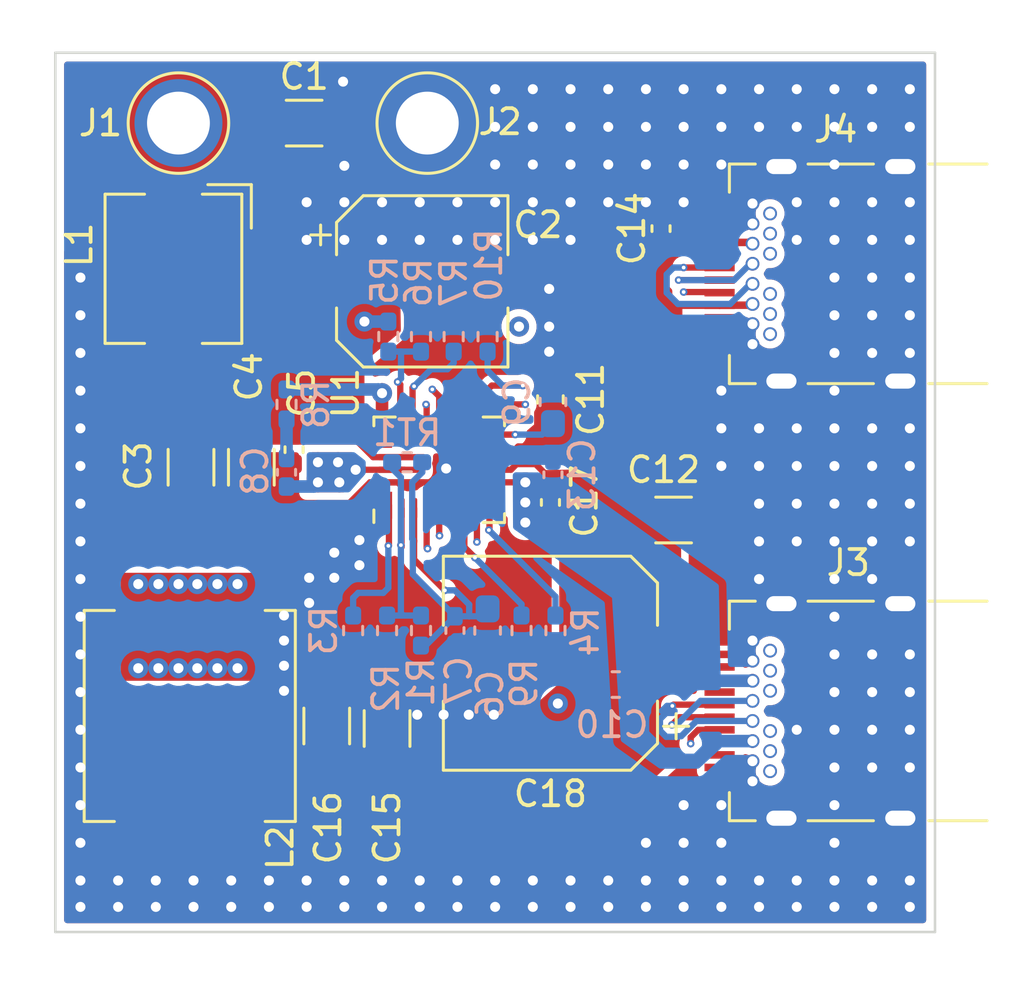
<source format=kicad_pcb>
(kicad_pcb (version 20171130) (host pcbnew "(5.1.9)-1")
  (layers (0 F.Cu signal) (1 In1.Cu power) (2 In2.Cu signal) (31 B.Cu signal) (34 B.Paste user) (35 F.Paste user) (36 B.SilkS user) (37 F.SilkS user) (38 B.Mask user) (39 F.Mask user) (44 Edge.Cuts user))
  (net 0 "")
  (net 1 GND)
  (net 2 "Net-(C1-Pad1)")
  (net 3 VCC)
  (net 4 +5V)
  (net 5 "Net-(C8-Pad2)")
  (net 6 "Net-(C8-Pad1)")
  (net 7 "Net-(C9-Pad2)")
  (net 8 /PA_BUS)
  (net 9 /PB_BUS)
  (net 10 "Net-(J3-PadB11)")
  (net 11 "Net-(J3-PadB10)")
  (net 12 "Net-(J3-PadB8)")
  (net 13 /PA_CC2)
  (net 14 "Net-(J3-PadB3)")
  (net 15 "Net-(J3-PadB2)")
  (net 16 /PA_DM)
  (net 17 /PA_DP)
  (net 18 "Net-(J3-PadA11)")
  (net 19 "Net-(J3-PadA8)")
  (net 20 "Net-(J3-PadA10)")
  (net 21 /PA_CC1)
  (net 22 "Net-(J3-PadA3)")
  (net 23 "Net-(J3-PadA2)")
  (net 24 "Net-(J4-PadB11)")
  (net 25 "Net-(J4-PadB10)")
  (net 26 "Net-(J4-PadB8)")
  (net 27 /PB_CC2)
  (net 28 "Net-(J4-PadB3)")
  (net 29 "Net-(J4-PadB2)")
  (net 30 /PB_DM)
  (net 31 /PB_DP)
  (net 32 "Net-(J4-PadA11)")
  (net 33 "Net-(J4-PadA8)")
  (net 34 "Net-(J4-PadA10)")
  (net 35 /PB_CC1)
  (net 36 "Net-(J4-PadA3)")
  (net 37 "Net-(J4-PadA2)")
  (net 38 "Net-(R1-Pad2)")
  (net 39 "Net-(R3-Pad1)")
  (net 40 "Net-(R4-Pad1)")
  (net 41 "Net-(R5-Pad2)")
  (net 42 "Net-(R7-Pad1)")
  (net 43 "Net-(R8-Pad2)")
  (module Tutorial2:RPQ0025A (layer F.Cu) (at 115.275 81.6 90)
    (fp_text reference U1 (at 3.05 -3.725 90) (layer F.SilkS))
    (fp_text value TPS25858QRPQRQ1)
    (pad 21 smd custom (at 1.3 -2 90) (size 0.2 0.75) (layers F.Cu F.Paste F.Mask) (net 43 "Net-(R8-Pad2)") (options (clearance outline) (anchor circle)) (primitives (gr_poly (pts (xy -0.425 0.125) (xy 0.65 0.125) (xy 0.65 -0.125) (xy 0.25 -0.125) (xy 0.25 -0.45) (xy -0.425 -0.45)) (width 0.001))))
    (pad 13 smd custom (at 1.3 2 90) (size 0.2 0.75) (layers F.Cu F.Paste F.Mask) (net 7 "Net-(C9-Pad2)") (options (clearance outline) (anchor circle)) (primitives (gr_poly (pts (xy -0.425 -0.125) (xy 0.65 -0.125) (xy 0.65 0.125) (xy 0.25 0.125) (xy 0.25 0.45) (xy -0.425 0.45)) (width 0.001))))
    (pad 9 smd custom (at -1.3 2 90) (size 0.2 0.75) (layers F.Cu F.Paste F.Mask) (net 40 "Net-(R4-Pad1)") (options (clearance outline) (anchor circle)) (primitives (gr_poly (pts (xy 0.425 -0.125) (xy -0.65 -0.125) (xy -0.65 0.125) (xy -0.25 0.125) (xy -0.25 0.45) (xy 0.425 0.45)) (width 0.001))))
    (pad 1 smd custom (at -1.4 -2 90) (size 0.1 0.5) (layers F.Cu F.Paste F.Mask) (net 39 "Net-(R3-Pad1)") (options (clearance outline) (anchor circle)) (primitives (gr_poly (pts (xy 0.525 0.125) (xy -0.55 0.125) (xy -0.55 -0.125) (xy -0.15 -0.125) (xy -0.15 -0.45) (xy 0.525 -0.45)) (width 0.001))))
    (pad 25 smd roundrect (at 0 0.325 90) (size 1.325 0.65) (layers F.Cu F.Paste F.Mask) (net 1 GND))
    (pad 24 smd roundrect (at -0.5 -1.5 90) (size 0.25 1.9) (layers F.Cu F.Mask) (net 1 GND))
    (pad 23 smd roundrect (at 0 -1.5 90) (size 0.25 1.9) (layers F.Cu F.Mask) (net 6 "Net-(C8-Pad1)"))
    (pad 22 smd roundrect (at 0.5 -1.5 90) (size 0.25 1.9) (layers F.Cu F.Mask) (net 3 VCC))
    (pad 20 smd roundrect (at 1.5375 -1.5 180) (size 0.25 0.825) (layers F.Cu F.Paste F.Mask) (net 41 "Net-(R5-Pad2)"))
    (pad 19 smd roundrect (at 1.5375 -1 180) (size 0.25 0.825) (layers F.Cu F.Paste F.Mask) (net 42 "Net-(R7-Pad1)"))
    (pad 18 smd roundrect (at 1.45 -0.5 180) (size 0.25 1) (layers F.Cu F.Paste F.Mask) (net 31 /PB_DP))
    (pad 17 smd roundrect (at 1.45 0 180) (size 0.25 1) (layers F.Cu F.Paste F.Mask) (net 30 /PB_DM))
    (pad 16 smd roundrect (at 1.45 0.5 180) (size 0.25 1) (layers F.Cu F.Paste F.Mask) (net 1 GND))
    (pad 15 smd roundrect (at 1.5375 1 180) (size 0.25 0.825) (layers F.Cu F.Paste F.Mask) (net 35 /PB_CC1))
    (pad 14 smd roundrect (at 1.5375 1.5 180) (size 0.25 0.825) (layers F.Cu F.Paste F.Mask) (net 27 /PB_CC2))
    (pad 12 smd roundrect (at 0.5 1.675 90) (size 0.25 1.55) (layers F.Cu F.Mask) (net 9 /PB_BUS))
    (pad 11 smd roundrect (at 0 1.675 90) (size 0.25 1.55) (layers F.Cu F.Mask) (net 4 +5V))
    (pad 10 smd roundrect (at -0.5 1.675 90) (size 0.25 1.55) (layers F.Cu F.Mask) (net 8 /PA_BUS))
    (pad 8 smd roundrect (at -1.5375 1.5 180) (size 0.25 0.825) (layers F.Cu F.Paste F.Mask) (net 13 /PA_CC2))
    (pad 7 smd roundrect (at -1.5375 1 180) (size 0.25 0.825) (layers F.Cu F.Paste F.Mask) (net 21 /PA_CC1))
    (pad 6 smd roundrect (at -1.45 0.5 180) (size 0.25 1) (layers F.Cu F.Paste F.Mask) (net 1 GND))
    (pad 5 smd roundrect (at -1.45 0 180) (size 0.25 1) (layers F.Cu F.Paste F.Mask) (net 16 /PA_DM))
    (pad 4 smd roundrect (at -1.45 -0.5 180) (size 0.25 1) (layers F.Cu F.Paste F.Mask) (net 17 /PA_DP))
    (pad 3 smd roundrect (at -1.5375 -1 180) (size 0.25 0.825) (layers F.Cu F.Paste F.Mask) (net 4 +5V))
    (pad 2 smd roundrect (at -1.5375 -1.5 180) (size 0.25 0.825) (layers F.Cu F.Paste F.Mask) (net 38 "Net-(R1-Pad2)"))
  )
  (module Tutorial2:R_0402_1005Metric_Pad0.72x0.64mm_HandSolder (layer B.Cu) (at 114 81.3 180)
    (fp_text reference RT1 (at 0 1.17) (layer B.SilkS) (effects (justify mirror)))
    (fp_text value 470K)
    (pad 2 smd roundrect (at 0.5975 0 180) (size 0.715 0.64) (layers B.Cu B.Paste B.Mask) (net 38 "Net-(R1-Pad2)"))
    (pad 1 smd roundrect (at -0.5975 0 180) (size 0.715 0.64) (layers B.Cu B.Paste B.Mask) (net 4 +5V))
  )
  (module Tutorial2:R_0402_1005Metric_Pad0.72x0.64mm_HandSolder (layer B.Cu) (at 117.2 76.3 270)
    (fp_text reference R10 (at -2.85 -0.05 90) (layer B.SilkS) (effects (justify mirror)))
    (fp_text value 5K1)
    (pad 2 smd roundrect (at 0.5975 0 270) (size 0.715 0.64) (layers B.Cu B.Paste B.Mask) (net 35 /PB_CC1))
    (pad 1 smd roundrect (at -0.5975 0 270) (size 0.715 0.64) (layers B.Cu B.Paste B.Mask) (net 1 GND))
  )
  (module Tutorial2:R_0402_1005Metric_Pad0.72x0.64mm_HandSolder (layer B.Cu) (at 118.55 88 90)
    (fp_text reference R9 (at -2.1 0.1 90) (layer B.SilkS) (effects (justify mirror)))
    (fp_text value 5K1)
    (pad 2 smd roundrect (at 0.5975 0 90) (size 0.715 0.64) (layers B.Cu B.Paste B.Mask) (net 21 /PA_CC1))
    (pad 1 smd roundrect (at -0.5975 0 90) (size 0.715 0.64) (layers B.Cu B.Paste B.Mask) (net 1 GND))
  )
  (module Tutorial2:R_0402_1005Metric_Pad0.72x0.64mm_HandSolder (layer B.Cu) (at 109.2 79 90)
    (fp_text reference R8 (at 0 1.17 90) (layer B.SilkS) (effects (justify mirror)))
    (fp_text value 0)
    (pad 2 smd roundrect (at 0.5975 0 90) (size 0.715 0.64) (layers B.Cu B.Paste B.Mask) (net 43 "Net-(R8-Pad2)"))
    (pad 1 smd roundrect (at -0.5975 0 90) (size 0.715 0.64) (layers B.Cu B.Paste B.Mask) (net 5 "Net-(C8-Pad2)"))
  )
  (module Tutorial2:R_0402_1005Metric_Pad0.72x0.64mm_HandSolder (layer B.Cu) (at 115.85 76.3 90)
    (fp_text reference R7 (at 2.15 0 90) (layer B.SilkS) (effects (justify mirror)))
    (fp_text value 49K9/1%)
    (pad 2 smd roundrect (at 0.5975 0 90) (size 0.715 0.64) (layers B.Cu B.Paste B.Mask) (net 1 GND))
    (pad 1 smd roundrect (at -0.5975 0 90) (size 0.715 0.64) (layers B.Cu B.Paste B.Mask) (net 42 "Net-(R7-Pad1)"))
  )
  (module Tutorial2:R_0402_1005Metric_Pad0.72x0.64mm_HandSolder (layer B.Cu) (at 114.55 76.3 90)
    (fp_text reference R6 (at 2.15 -0.1 90) (layer B.SilkS) (effects (justify mirror)))
    (fp_text value 20K)
    (pad 2 smd roundrect (at 0.5975 0 90) (size 0.715 0.64) (layers B.Cu B.Paste B.Mask) (net 1 GND))
    (pad 1 smd roundrect (at -0.5975 0 90) (size 0.715 0.64) (layers B.Cu B.Paste B.Mask) (net 41 "Net-(R5-Pad2)"))
  )
  (module Tutorial2:R_0402_1005Metric_Pad0.72x0.64mm_HandSolder (layer B.Cu) (at 113.25 76.2975 270)
    (fp_text reference R5 (at -2.2475 0.15 90) (layer B.SilkS) (effects (justify mirror)))
    (fp_text value 20K)
    (pad 2 smd roundrect (at 0.5975 0 270) (size 0.715 0.64) (layers B.Cu B.Paste B.Mask) (net 41 "Net-(R5-Pad2)"))
    (pad 1 smd roundrect (at -0.5975 0 270) (size 0.715 0.64) (layers B.Cu B.Paste B.Mask) (net 3 VCC))
  )
  (module Tutorial2:R_0402_1005Metric_Pad0.72x0.64mm_HandSolder (layer B.Cu) (at 119.9 88 270)
    (fp_text reference R4 (at 0.05 -1.2 90) (layer B.SilkS) (effects (justify mirror)))
    (fp_text value 0)
    (pad 2 smd roundrect (at 0.5975 0 270) (size 0.715 0.64) (layers B.Cu B.Paste B.Mask) (net 1 GND))
    (pad 1 smd roundrect (at -0.5975 0 270) (size 0.715 0.64) (layers B.Cu B.Paste B.Mask) (net 40 "Net-(R4-Pad1)"))
  )
  (module Tutorial2:R_0402_1005Metric_Pad0.72x0.64mm_HandSolder (layer B.Cu) (at 111.85 88 270)
    (fp_text reference R3 (at 0 1.17 90) (layer B.SilkS) (effects (justify mirror)))
    (fp_text value 0)
    (pad 2 smd roundrect (at 0.5975 0 270) (size 0.715 0.64) (layers B.Cu B.Paste B.Mask) (net 1 GND))
    (pad 1 smd roundrect (at -0.5975 0 270) (size 0.715 0.64) (layers B.Cu B.Paste B.Mask) (net 39 "Net-(R3-Pad1)"))
  )
  (module Tutorial2:R_0402_1005Metric_Pad0.72x0.64mm_HandSolder (layer B.Cu) (at 113.2 88 270)
    (fp_text reference R2 (at 2.3 0.05 90) (layer B.SilkS) (effects (justify mirror)))
    (fp_text value 18K7/1%)
    (pad 2 smd roundrect (at 0.5975 0 270) (size 0.715 0.64) (layers B.Cu B.Paste B.Mask) (net 1 GND))
    (pad 1 smd roundrect (at -0.5975 0 270) (size 0.715 0.64) (layers B.Cu B.Paste B.Mask) (net 38 "Net-(R1-Pad2)"))
  )
  (module Tutorial2:R_0402_1005Metric_Pad0.72x0.64mm_HandSolder (layer B.Cu) (at 114.55 88 90)
    (fp_text reference R1 (at -2.05 0 90) (layer B.SilkS) (effects (justify mirror)))
    (fp_text value 39K2/1%)
    (pad 2 smd roundrect (at 0.5975 0 90) (size 0.715 0.64) (layers B.Cu B.Paste B.Mask) (net 38 "Net-(R1-Pad2)"))
    (pad 1 smd roundrect (at -0.5975 0 90) (size 0.715 0.64) (layers B.Cu B.Paste B.Mask) (net 4 +5V))
  )
  (module Tutorial2:L_Panasonic_M0840 (layer F.Cu) (at 105.35 91.4 270)
    (fp_text reference L2 (at 5.25 -3.6 90) (layer F.SilkS))
    (fp_text value L-Panasonic-ETQP4M4R7KVK)
    (pad 2 smd roundrect (at 3.6195 0 270) (size 2.413 5.334) (layers F.Cu F.Paste F.Mask) (net 4 +5V))
    (pad 1 smd roundrect (at -3.6195 0 270) (size 2.413 5.334) (layers F.Cu F.Paste F.Mask) (net 6 "Net-(C8-Pad1)"))
  )
  (module Tutorial2:L_Wurth_5030 (layer F.Cu) (at 104.7 73.6 270)
    (fp_text reference L1 (at -0.95 3.75 90) (layer F.SilkS))
    (fp_text value L-Wurth-5030)
    (pad 2 smd roundrect (at 2.25 0 270) (size 2 1.8) (layers F.Cu F.Paste F.Mask) (net 3 VCC))
    (pad 1 smd roundrect (at -2.25 0 270) (size 2 1.8) (layers F.Cu F.Paste F.Mask) (net 2 "Net-(C1-Pad1)"))
  )
  (module Tutorial2:USB_C_Plug_632723300011 (layer F.Cu) (at 133.2 73.8 90)
    (fp_text reference J4 (at 5.75 -2.15 180) (layer F.SilkS))
    (fp_text value USB_C_Plug_632723300011)
    (pad M2 thru_hole circle (at -2 -5.46 90) (size 0.55 0.55) (drill 0.4) (layers *.Cu *.Mask) (net 1 GND))
    (pad M1 thru_hole circle (at 2 -5.46 90) (size 0.55 0.55) (drill 0.4) (layers *.Cu *.Mask) (net 1 GND))
    (pad B11 thru_hole circle (at -2.4 -4.76 90) (size 0.55 0.55) (drill 0.4) (layers *.Cu *.Mask) (net 24 "Net-(J4-PadB11)"))
    (pad B10 thru_hole circle (at -1.6 -4.76 90) (size 0.55 0.55) (drill 0.4) (layers *.Cu *.Mask) (net 25 "Net-(J4-PadB10)"))
    (pad B8 thru_hole circle (at -0.8 -4.76 90) (size 0.55 0.55) (drill 0.4) (layers *.Cu *.Mask) (net 26 "Net-(J4-PadB8)"))
    (pad B5 thru_hole circle (at 0.8 -4.76 90) (size 0.55 0.55) (drill 0.4) (layers *.Cu *.Mask) (net 27 /PB_CC2))
    (pad B3 thru_hole circle (at 1.6 -4.76 90) (size 0.55 0.55) (drill 0.4) (layers *.Cu *.Mask) (net 28 "Net-(J4-PadB3)"))
    (pad B2 thru_hole circle (at 2.4 -4.76 90) (size 0.55 0.55) (drill 0.4) (layers *.Cu *.Mask) (net 29 "Net-(J4-PadB2)"))
    (pad B12 thru_hole circle (at -2.8 -5.46 90) (size 0.55 0.55) (drill 0.4) (layers *.Cu *.Mask) (net 1 GND))
    (pad B9 thru_hole circle (at -1.2 -5.46 90) (size 0.55 0.55) (drill 0.4) (layers *.Cu *.Mask) (net 9 /PB_BUS))
    (pad B7 thru_hole circle (at -0.4 -5.46 90) (size 0.55 0.55) (drill 0.4) (layers *.Cu *.Mask) (net 30 /PB_DM))
    (pad B6 thru_hole circle (at 0.4 -5.46 90) (size 0.55 0.55) (drill 0.4) (layers *.Cu *.Mask) (net 31 /PB_DP))
    (pad B4 thru_hole circle (at 1.2 -5.46 90) (size 0.55 0.55) (drill 0.4) (layers *.Cu *.Mask) (net 9 /PB_BUS))
    (pad B1 thru_hole circle (at 2.8 -5.46 90) (size 0.55 0.55) (drill 0.4) (layers *.Cu *.Mask) (net 1 GND))
    (pad S2 thru_hole oval (at -4.27 0.42 90) (size 1 1.6) (drill oval 0.6 1.2) (layers *.Cu *.Mask) (net 1 GND))
    (pad S3 thru_hole oval (at 4.27 0.42 90) (size 1 1.6) (drill oval 0.6 1.2) (layers *.Cu *.Mask) (net 1 GND))
    (pad S4 thru_hole oval (at 4.27 -4.31 90) (size 1 1.6) (drill oval 0.6 1.2) (layers *.Cu *.Mask) (net 1 GND))
    (pad A11 smd rect (at 2.25 -6.77 90) (size 0.3 1.2) (layers F.Cu F.Paste F.Mask) (net 32 "Net-(J4-PadA11)"))
    (pad A8 smd rect (at 0.75 -6.77 90) (size 0.3 1.2) (layers F.Cu F.Paste F.Mask) (net 33 "Net-(J4-PadA8)"))
    (pad A9 smd rect (at 1.25 -6.77 90) (size 0.3 1.2) (layers F.Cu F.Paste F.Mask) (net 9 /PB_BUS))
    (pad A10 smd rect (at 1.75 -6.77 90) (size 0.3 1.2) (layers F.Cu F.Paste F.Mask) (net 34 "Net-(J4-PadA10)"))
    (pad A12 smd rect (at 2.75 -6.77 90) (size 0.3 1.2) (layers F.Cu F.Paste F.Mask) (net 1 GND))
    (pad A7 smd rect (at 0.25 -6.77 90) (size 0.3 1.2) (layers F.Cu F.Paste F.Mask) (net 30 /PB_DM))
    (pad A6 smd rect (at -0.25 -6.77 90) (size 0.3 1.2) (layers F.Cu F.Paste F.Mask) (net 31 /PB_DP))
    (pad A5 smd rect (at -0.75 -6.77 90) (size 0.3 1.2) (layers F.Cu F.Paste F.Mask) (net 35 /PB_CC1))
    (pad A4 smd rect (at -1.25 -6.77 90) (size 0.3 1.2) (layers F.Cu F.Paste F.Mask) (net 9 /PB_BUS))
    (pad A3 smd rect (at -1.75 -6.77 90) (size 0.3 1.2) (layers F.Cu F.Paste F.Mask) (net 36 "Net-(J4-PadA3)"))
    (pad A2 smd rect (at -2.25 -6.77 90) (size 0.3 1.2) (layers F.Cu F.Paste F.Mask) (net 37 "Net-(J4-PadA2)"))
    (pad A1 smd rect (at -2.75 -6.77 90) (size 0.3 1.2) (layers F.Cu F.Paste F.Mask) (net 1 GND))
    (pad S1 thru_hole oval (at -4.27 -4.31 90) (size 1 1.6) (drill oval 0.6 1.2) (layers *.Cu *.Mask) (net 1 GND))
  )
  (module Tutorial2:USB_C_Plug_632723300011 (layer F.Cu) (at 133.2 91.2 90)
    (fp_text reference J3 (at 5.9 -1.65 180) (layer F.SilkS))
    (fp_text value USB_C_Plug_632723300011)
    (pad M2 thru_hole circle (at -2 -5.46 90) (size 0.55 0.55) (drill 0.4) (layers *.Cu *.Mask) (net 1 GND))
    (pad M1 thru_hole circle (at 2 -5.46 90) (size 0.55 0.55) (drill 0.4) (layers *.Cu *.Mask) (net 1 GND))
    (pad B11 thru_hole circle (at -2.4 -4.76 90) (size 0.55 0.55) (drill 0.4) (layers *.Cu *.Mask) (net 10 "Net-(J3-PadB11)"))
    (pad B10 thru_hole circle (at -1.6 -4.76 90) (size 0.55 0.55) (drill 0.4) (layers *.Cu *.Mask) (net 11 "Net-(J3-PadB10)"))
    (pad B8 thru_hole circle (at -0.8 -4.76 90) (size 0.55 0.55) (drill 0.4) (layers *.Cu *.Mask) (net 12 "Net-(J3-PadB8)"))
    (pad B5 thru_hole circle (at 0.8 -4.76 90) (size 0.55 0.55) (drill 0.4) (layers *.Cu *.Mask) (net 13 /PA_CC2))
    (pad B3 thru_hole circle (at 1.6 -4.76 90) (size 0.55 0.55) (drill 0.4) (layers *.Cu *.Mask) (net 14 "Net-(J3-PadB3)"))
    (pad B2 thru_hole circle (at 2.4 -4.76 90) (size 0.55 0.55) (drill 0.4) (layers *.Cu *.Mask) (net 15 "Net-(J3-PadB2)"))
    (pad B12 thru_hole circle (at -2.8 -5.46 90) (size 0.55 0.55) (drill 0.4) (layers *.Cu *.Mask) (net 1 GND))
    (pad B9 thru_hole circle (at -1.2 -5.46 90) (size 0.55 0.55) (drill 0.4) (layers *.Cu *.Mask) (net 8 /PA_BUS))
    (pad B7 thru_hole circle (at -0.4 -5.46 90) (size 0.55 0.55) (drill 0.4) (layers *.Cu *.Mask) (net 16 /PA_DM))
    (pad B6 thru_hole circle (at 0.4 -5.46 90) (size 0.55 0.55) (drill 0.4) (layers *.Cu *.Mask) (net 17 /PA_DP))
    (pad B4 thru_hole circle (at 1.2 -5.46 90) (size 0.55 0.55) (drill 0.4) (layers *.Cu *.Mask) (net 8 /PA_BUS))
    (pad B1 thru_hole circle (at 2.8 -5.46 90) (size 0.55 0.55) (drill 0.4) (layers *.Cu *.Mask) (net 1 GND))
    (pad S2 thru_hole oval (at -4.27 0.42 90) (size 1 1.6) (drill oval 0.6 1.2) (layers *.Cu *.Mask) (net 1 GND))
    (pad S3 thru_hole oval (at 4.27 0.42 90) (size 1 1.6) (drill oval 0.6 1.2) (layers *.Cu *.Mask) (net 1 GND))
    (pad S4 thru_hole oval (at 4.27 -4.31 90) (size 1 1.6) (drill oval 0.6 1.2) (layers *.Cu *.Mask) (net 1 GND))
    (pad A11 smd rect (at 2.25 -6.77 90) (size 0.3 1.2) (layers F.Cu F.Paste F.Mask) (net 18 "Net-(J3-PadA11)"))
    (pad A8 smd rect (at 0.75 -6.77 90) (size 0.3 1.2) (layers F.Cu F.Paste F.Mask) (net 19 "Net-(J3-PadA8)"))
    (pad A9 smd rect (at 1.25 -6.77 90) (size 0.3 1.2) (layers F.Cu F.Paste F.Mask) (net 8 /PA_BUS))
    (pad A10 smd rect (at 1.75 -6.77 90) (size 0.3 1.2) (layers F.Cu F.Paste F.Mask) (net 20 "Net-(J3-PadA10)"))
    (pad A12 smd rect (at 2.75 -6.77 90) (size 0.3 1.2) (layers F.Cu F.Paste F.Mask) (net 1 GND))
    (pad A7 smd rect (at 0.25 -6.77 90) (size 0.3 1.2) (layers F.Cu F.Paste F.Mask) (net 16 /PA_DM))
    (pad A6 smd rect (at -0.25 -6.77 90) (size 0.3 1.2) (layers F.Cu F.Paste F.Mask) (net 17 /PA_DP))
    (pad A5 smd rect (at -0.75 -6.77 90) (size 0.3 1.2) (layers F.Cu F.Paste F.Mask) (net 21 /PA_CC1))
    (pad A4 smd rect (at -1.25 -6.77 90) (size 0.3 1.2) (layers F.Cu F.Paste F.Mask) (net 8 /PA_BUS))
    (pad A3 smd rect (at -1.75 -6.77 90) (size 0.3 1.2) (layers F.Cu F.Paste F.Mask) (net 22 "Net-(J3-PadA3)"))
    (pad A2 smd rect (at -2.25 -6.77 90) (size 0.3 1.2) (layers F.Cu F.Paste F.Mask) (net 23 "Net-(J3-PadA2)"))
    (pad A1 smd rect (at -2.75 -6.77 90) (size 0.3 1.2) (layers F.Cu F.Paste F.Mask) (net 1 GND))
    (pad S1 thru_hole oval (at -4.27 -4.31 90) (size 1 1.6) (drill oval 0.6 1.2) (layers *.Cu *.Mask) (net 1 GND))
  )
  (module Tutorial2:Terminal_Keystone_1502-2 (layer F.Cu) (at 114.8 67.8)
    (fp_text reference J2 (at 2.9 -0.05) (layer F.SilkS))
    (fp_text value 1502-2)
    (pad 1 thru_hole circle (at 0 0) (size 3.5 3.5) (drill 2.5) (layers *.Cu *.Mask) (net 1 GND))
  )
  (module Tutorial2:Terminal_Keystone_1502-2 (layer F.Cu) (at 104.9 67.8)
    (fp_text reference J1 (at -3.1 0) (layer F.SilkS))
    (fp_text value 1502-2)
    (pad 1 thru_hole circle (at 0 0) (size 3.5 3.5) (drill 2.5) (layers *.Cu *.Mask) (net 2 "Net-(C1-Pad1)"))
  )
  (module Tutorial2:CP_Elec_8x10 (layer F.Cu) (at 119.7 89.3 180)
    (fp_text reference C18 (at 0 -5.2) (layer F.SilkS))
    (fp_text value 330U/10V)
    (pad 2 smd roundrect (at 3.25 0 180) (size 3.5 2.5) (layers F.Cu F.Paste F.Mask) (roundrect_rratio 0.1) (net 1 GND))
    (pad 1 smd roundrect (at -3.25 0 180) (size 3.5 2.5) (layers F.Cu F.Paste F.Mask) (roundrect_rratio 0.1) (net 4 +5V))
  )
  (module Tutorial2:C_0402_1005Metric_Pad0.74x0.62mm_HandSolder (layer F.Cu) (at 119.7 82.9 90)
    (fp_text reference C17 (at 0.05 1.35 90) (layer F.SilkS))
    (fp_text value 0U1/50V)
    (pad 1 smd roundrect (at 0.5675 0 90) (size 0.735 0.62) (layers F.Cu F.Paste F.Mask) (net 4 +5V))
    (pad 2 smd roundrect (at -0.5675 0 90) (size 0.735 0.62) (layers F.Cu F.Paste F.Mask) (net 1 GND))
  )
  (module Tutorial2:C_1206_3216Metric_Pad1.33x1.80mm_HandSolder (layer F.Cu) (at 110.8 91.8 270)
    (fp_text reference C16 (at 4.05 -0.05 90) (layer F.SilkS))
    (fp_text value 22U/10V)
    (pad 1 smd roundrect (at 1.5625 0 270) (size 1.325 1.8) (layers F.Cu F.Paste F.Mask) (roundrect_rratio 0.189) (net 4 +5V))
    (pad 2 smd roundrect (at -1.5625 0 270) (size 1.325 1.8) (layers F.Cu F.Paste F.Mask) (roundrect_rratio 0.189) (net 1 GND))
  )
  (module Tutorial2:C_1206_3216Metric_Pad1.33x1.80mm_HandSolder (layer F.Cu) (at 113.2 91.9 270)
    (fp_text reference C15 (at 3.95 0 90) (layer F.SilkS))
    (fp_text value 22U/10V)
    (pad 1 smd roundrect (at 1.5625 0 270) (size 1.325 1.8) (layers F.Cu F.Paste F.Mask) (roundrect_rratio 0.189) (net 4 +5V))
    (pad 2 smd roundrect (at -1.5625 0 270) (size 1.325 1.8) (layers F.Cu F.Paste F.Mask) (roundrect_rratio 0.189) (net 1 GND))
  )
  (module Tutorial2:C_0402_1005Metric_Pad0.74x0.62mm_HandSolder (layer F.Cu) (at 124.1 72 90)
    (fp_text reference C14 (at 0 -1.16 90) (layer F.SilkS))
    (fp_text value 0U1/50V)
    (pad 2 smd roundrect (at 0.5675 0 90) (size 0.735 0.62) (layers F.Cu F.Paste F.Mask) (net 1 GND))
    (pad 1 smd roundrect (at -0.5675 0 90) (size 0.735 0.62) (layers F.Cu F.Paste F.Mask) (net 9 /PB_BUS))
  )
  (module Tutorial2:C_0402_1005Metric_Pad0.74x0.62mm_HandSolder (layer B.Cu) (at 119.8 81.8 90)
    (fp_text reference C13 (at 0 1.16 90) (layer B.SilkS) (effects (justify mirror)))
    (fp_text value 0U1/50V)
    (pad 2 smd roundrect (at 0.5675 0 90) (size 0.735 0.62) (layers B.Cu B.Paste B.Mask) (net 1 GND))
    (pad 1 smd roundrect (at -0.5675 0 90) (size 0.735 0.62) (layers B.Cu B.Paste B.Mask) (net 8 /PA_BUS))
  )
  (module Tutorial2:C_1206_3216Metric_Pad1.33x1.80mm_HandSolder (layer F.Cu) (at 124.6 83.6 180)
    (fp_text reference C12 (at 0.4 2) (layer F.SilkS))
    (fp_text value 22U/10V)
    (pad 1 smd roundrect (at 1.5625 0 180) (size 1.325 1.8) (layers F.Cu F.Paste F.Mask) (roundrect_rratio 0.189) (net 4 +5V))
    (pad 2 smd roundrect (at -1.5625 0 180) (size 1.325 1.8) (layers F.Cu F.Paste F.Mask) (roundrect_rratio 0.189) (net 1 GND))
  )
  (module Tutorial2:C_0603_1608Metric_Pad1.08x0.95mm_HandSolder (layer F.Cu) (at 119.7 78.8 90)
    (fp_text reference C11 (at 0 1.6 90) (layer F.SilkS))
    (fp_text value 1U/16V)
    (pad 2 smd roundrect (at 0.8625 0 90) (size 1.075 0.95) (layers F.Cu F.Paste F.Mask) (net 1 GND))
    (pad 1 smd roundrect (at -0.8625 0 90) (size 1.075 0.95) (layers F.Cu F.Paste F.Mask) (net 9 /PB_BUS))
  )
  (module Tutorial2:C_0603_1608Metric_Pad1.08x0.95mm_HandSolder (layer B.Cu) (at 122.3 90.15 180)
    (fp_text reference C10 (at 0.15 -1.6) (layer B.SilkS) (effects (justify mirror)))
    (fp_text value 1U/16V)
    (pad 2 smd roundrect (at 0.8625 0 180) (size 1.075 0.95) (layers B.Cu B.Paste B.Mask) (net 1 GND))
    (pad 1 smd roundrect (at -0.8625 0 180) (size 1.075 0.95) (layers B.Cu B.Paste B.Mask) (net 8 /PA_BUS))
  )
  (module Tutorial2:C_0603_1608Metric_Pad1.08x0.95mm_HandSolder (layer B.Cu) (at 119.8 78.9 270)
    (fp_text reference C9 (at 0 1.43 90) (layer B.SilkS) (effects (justify mirror)))
    (fp_text value 2U2/10V)
    (pad 2 smd roundrect (at 0.8625 0 270) (size 1.075 0.95) (layers B.Cu B.Paste B.Mask) (net 7 "Net-(C9-Pad2)"))
    (pad 1 smd roundrect (at -0.8625 0 270) (size 1.075 0.95) (layers B.Cu B.Paste B.Mask) (net 1 GND))
  )
  (module Tutorial2:C_0402_1005Metric_Pad0.74x0.62mm_HandSolder (layer B.Cu) (at 109.2 81.7 90)
    (fp_text reference C8 (at 0.05 -1.25 90) (layer B.SilkS) (effects (justify mirror)))
    (fp_text value 0U1/50V)
    (pad 2 smd roundrect (at 0.5675 0 90) (size 0.735 0.62) (layers B.Cu B.Paste B.Mask) (net 5 "Net-(C8-Pad2)"))
    (pad 1 smd roundrect (at -0.5675 0 90) (size 0.735 0.62) (layers B.Cu B.Paste B.Mask) (net 6 "Net-(C8-Pad1)"))
  )
  (module Tutorial2:C_0402_1005Metric_Pad0.74x0.62mm_HandSolder (layer B.Cu) (at 115.9 88 270)
    (fp_text reference C7 (at 2 -0.15 90) (layer B.SilkS) (effects (justify mirror)))
    (fp_text value 0U1/16V)
    (pad 2 smd roundrect (at 0.5675 0 270) (size 0.735 0.62) (layers B.Cu B.Paste B.Mask) (net 1 GND))
    (pad 1 smd roundrect (at -0.5675 0 270) (size 0.735 0.62) (layers B.Cu B.Paste B.Mask) (net 4 +5V))
  )
  (module Tutorial2:C_0603_1608Metric_Pad1.08x0.95mm_HandSolder (layer B.Cu) (at 117.2 88 270)
    (fp_text reference C6 (at 2.55 -0.1 90) (layer B.SilkS) (effects (justify mirror)))
    (fp_text value 2U2/10V)
    (pad 2 smd roundrect (at 0.8625 0 270) (size 1.075 0.95) (layers B.Cu B.Paste B.Mask) (net 1 GND))
    (pad 1 smd roundrect (at -0.8625 0 270) (size 1.075 0.95) (layers B.Cu B.Paste B.Mask) (net 4 +5V))
  )
  (module Tutorial2:C_0402_1005Metric_Pad0.74x0.62mm_HandSolder (layer F.Cu) (at 109.5 80.8 270)
    (fp_text reference C5 (at -2.25 -0.3 90) (layer F.SilkS))
    (fp_text value 0U1/50V)
    (pad 2 smd roundrect (at 0.5675 0 270) (size 0.735 0.62) (layers F.Cu F.Paste F.Mask) (net 1 GND))
    (pad 1 smd roundrect (at -0.5675 0 270) (size 0.735 0.62) (layers F.Cu F.Paste F.Mask) (net 3 VCC))
  )
  (module Tutorial2:C_1206_3216Metric_Pad1.33x1.80mm_HandSolder (layer F.Cu) (at 107.8 81.5 270)
    (fp_text reference C4 (at -3.6 0.1 90) (layer F.SilkS))
    (fp_text value 10U/50V)
    (pad 2 smd roundrect (at 1.5625 0 270) (size 1.325 1.8) (layers F.Cu F.Paste F.Mask) (roundrect_rratio 0.188679) (net 1 GND))
    (pad 1 smd roundrect (at -1.5625 0 270) (size 1.325 1.8) (layers F.Cu F.Paste F.Mask) (roundrect_rratio 0.188679) (net 3 VCC))
  )
  (module Tutorial2:C_1206_3216Metric_Pad1.33x1.80mm_HandSolder (layer F.Cu) (at 105.4 81.5 270)
    (fp_text reference C3 (at -0.05 2.1 90) (layer F.SilkS))
    (fp_text value 10U/50V)
    (pad 2 smd roundrect (at 1.5625 0 270) (size 1.325 1.8) (layers F.Cu F.Paste F.Mask) (roundrect_rratio 0.188679) (net 1 GND))
    (pad 1 smd roundrect (at -1.5625 0 270) (size 1.325 1.8) (layers F.Cu F.Paste F.Mask) (roundrect_rratio 0.188679) (net 3 VCC))
  )
  (module Tutorial2:CP_Elec_6.3x5.8 (layer F.Cu) (at 114.6 74.1)
    (fp_text reference C2 (at 4.6 -2.25) (layer F.SilkS))
    (fp_text value 100U/50V)
    (pad 2 smd roundrect (at 2.7 0) (size 3.5 1.6) (layers F.Cu F.Paste F.Mask) (roundrect_rratio 0.15625) (net 1 GND))
    (pad 1 smd roundrect (at -2.7 0) (size 3.5 1.6) (layers F.Cu F.Paste F.Mask) (roundrect_rratio 0.15625) (net 3 VCC))
  )
  (module Tutorial2:C_1206_3216Metric_Pad1.33x1.80mm_HandSolder (layer F.Cu) (at 109.9 67.8)
    (fp_text reference C1 (at 0 -1.85) (layer F.SilkS))
    (fp_text value 10U/50V)
    (pad 2 smd roundrect (at 1.5625 0) (size 1.325 1.8) (layers F.Cu F.Paste F.Mask) (roundrect_rratio 0.188679) (net 1 GND))
    (pad 1 smd roundrect (at -1.5625 0) (size 1.325 1.8) (layers F.Cu F.Paste F.Mask) (roundrect_rratio 0.188679) (net 2 "Net-(C1-Pad1)"))
  )
  (gr_line (start 100 100) (end 135 100) (layer Edge.Cuts) (width 0.1))
  (gr_line (start 135 100) (end 135 65) (layer Edge.Cuts) (width 0.1))
  (gr_line (start 135 65) (end 100 65) (layer Edge.Cuts) (width 0.1))
  (gr_line (start 100 65) (end 100 100) (layer Edge.Cuts) (width 0.1))
  (segment (start 115.775 81.425) (end 115.6 81.6) (width 0.25) (layer F.Cu) (net 1))
  (segment (start 115.775 80.15) (end 115.775 81.425) (width 0.25) (layer F.Cu) (net 1))
  (segment (start 115.1 82.1) (end 115.6 81.6) (width 0.25) (layer F.Cu) (net 1))
  (segment (start 113.775 82.1) (end 115.1 82.1) (width 0.25) (layer F.Cu) (net 1))
  (segment (start 115.775 81.775) (end 115.6 81.6) (width 0.25) (layer F.Cu) (net 1))
  (segment (start 115.775 83.05) (end 115.775 81.775) (width 0.25) (layer F.Cu) (net 1))
  (segment (start 111.56051 83.0625) (end 107.8 83.0625) (width 0.25) (layer F.Cu) (net 1))
  (segment (start 112.52301 82.1) (end 111.56051 83.0625) (width 0.25) (layer F.Cu) (net 1))
  (segment (start 113.775 82.1) (end 112.52301 82.1) (width 0.25) (layer F.Cu) (net 1))
  (segment (start 127.69 71.05) (end 127.74 71) (width 0.25) (layer F.Cu) (net 1))
  (segment (start 126.43 71.05) (end 127.69 71.05) (width 0.25) (layer F.Cu) (net 1))
  (segment (start 127.69 76.55) (end 127.74 76.6) (width 0.25) (layer F.Cu) (net 1))
  (segment (start 126.43 76.55) (end 127.69 76.55) (width 0.25) (layer F.Cu) (net 1))
  (segment (start 127.69 88.45) (end 127.74 88.4) (width 0.25) (layer F.Cu) (net 1))
  (segment (start 126.43 88.45) (end 127.69 88.45) (width 0.25) (layer F.Cu) (net 1))
  (segment (start 127.69 93.95) (end 127.74 94) (width 0.25) (layer F.Cu) (net 1))
  (segment (start 126.43 93.95) (end 127.69 93.95) (width 0.25) (layer F.Cu) (net 1))
  (via (at 101 99) (size 0.8) (drill 0.4) (layers F.Cu B.Cu) (net 1))
  (via (at 102.5 99) (size 0.8) (drill 0.4) (layers F.Cu B.Cu) (net 1))
  (via (at 104 99) (size 0.8) (drill 0.4) (layers F.Cu B.Cu) (net 1))
  (via (at 105.5 99) (size 0.8) (drill 0.4) (layers F.Cu B.Cu) (net 1))
  (via (at 107 99) (size 0.8) (drill 0.4) (layers F.Cu B.Cu) (net 1))
  (via (at 108.5 99) (size 0.8) (drill 0.4) (layers F.Cu B.Cu) (net 1))
  (via (at 110 99) (size 0.8) (drill 0.4) (layers F.Cu B.Cu) (net 1))
  (via (at 111.5 99) (size 0.8) (drill 0.4) (layers F.Cu B.Cu) (net 1))
  (via (at 113 99) (size 0.8) (drill 0.4) (layers F.Cu B.Cu) (net 1))
  (via (at 114.5 99) (size 0.8) (drill 0.4) (layers F.Cu B.Cu) (net 1))
  (via (at 116 99) (size 0.8) (drill 0.4) (layers F.Cu B.Cu) (net 1))
  (via (at 117.5 99) (size 0.8) (drill 0.4) (layers F.Cu B.Cu) (net 1))
  (via (at 119 99) (size 0.8) (drill 0.4) (layers F.Cu B.Cu) (net 1))
  (via (at 120.5 99) (size 0.8) (drill 0.4) (layers F.Cu B.Cu) (net 1))
  (via (at 122 99) (size 0.8) (drill 0.4) (layers F.Cu B.Cu) (net 1))
  (via (at 123.5 99) (size 0.8) (drill 0.4) (layers F.Cu B.Cu) (net 1))
  (via (at 125 99) (size 0.8) (drill 0.4) (layers F.Cu B.Cu) (net 1))
  (via (at 126.5 99) (size 0.8) (drill 0.4) (layers F.Cu B.Cu) (net 1))
  (via (at 128 99) (size 0.8) (drill 0.4) (layers F.Cu B.Cu) (net 1))
  (via (at 129.5 99) (size 0.8) (drill 0.4) (layers F.Cu B.Cu) (net 1))
  (via (at 131 99) (size 0.8) (drill 0.4) (layers F.Cu B.Cu) (net 1))
  (via (at 132.5 99) (size 0.8) (drill 0.4) (layers F.Cu B.Cu) (net 1))
  (via (at 134 99) (size 0.8) (drill 0.4) (layers F.Cu B.Cu) (net 1))
  (via (at 101 97.95) (size 0.8) (drill 0.4) (layers F.Cu B.Cu) (net 1))
  (via (at 102.5 97.95) (size 0.8) (drill 0.4) (layers F.Cu B.Cu) (net 1))
  (via (at 104 97.95) (size 0.8) (drill 0.4) (layers F.Cu B.Cu) (net 1))
  (via (at 105.5 97.95) (size 0.8) (drill 0.4) (layers F.Cu B.Cu) (net 1))
  (via (at 107 97.95) (size 0.8) (drill 0.4) (layers F.Cu B.Cu) (net 1))
  (via (at 108.5 97.95) (size 0.8) (drill 0.4) (layers F.Cu B.Cu) (net 1))
  (via (at 110 97.95) (size 0.8) (drill 0.4) (layers F.Cu B.Cu) (net 1))
  (via (at 111.5 97.95) (size 0.8) (drill 0.4) (layers F.Cu B.Cu) (net 1))
  (via (at 113 97.95) (size 0.8) (drill 0.4) (layers F.Cu B.Cu) (net 1))
  (via (at 114.5 97.95) (size 0.8) (drill 0.4) (layers F.Cu B.Cu) (net 1))
  (via (at 116 97.95) (size 0.8) (drill 0.4) (layers F.Cu B.Cu) (net 1))
  (via (at 117.5 97.95) (size 0.8) (drill 0.4) (layers F.Cu B.Cu) (net 1))
  (via (at 119 97.95) (size 0.8) (drill 0.4) (layers F.Cu B.Cu) (net 1))
  (via (at 120.5 97.95) (size 0.8) (drill 0.4) (layers F.Cu B.Cu) (net 1))
  (via (at 122 97.95) (size 0.8) (drill 0.4) (layers F.Cu B.Cu) (net 1))
  (via (at 123.5 97.95) (size 0.8) (drill 0.4) (layers F.Cu B.Cu) (net 1))
  (via (at 125 97.95) (size 0.8) (drill 0.4) (layers F.Cu B.Cu) (net 1))
  (via (at 126.5 97.95) (size 0.8) (drill 0.4) (layers F.Cu B.Cu) (net 1))
  (via (at 128 97.95) (size 0.8) (drill 0.4) (layers F.Cu B.Cu) (net 1))
  (via (at 129.5 97.95) (size 0.8) (drill 0.4) (layers F.Cu B.Cu) (net 1))
  (via (at 131 97.95) (size 0.8) (drill 0.4) (layers F.Cu B.Cu) (net 1))
  (via (at 132.5 97.95) (size 0.8) (drill 0.4) (layers F.Cu B.Cu) (net 1))
  (via (at 134 97.95) (size 0.8) (drill 0.4) (layers F.Cu B.Cu) (net 1))
  (via (at 101 96.45) (size 0.8) (drill 0.4) (layers F.Cu B.Cu) (net 1))
  (via (at 101 94.95) (size 0.8) (drill 0.4) (layers F.Cu B.Cu) (net 1))
  (via (at 101 93.45) (size 0.8) (drill 0.4) (layers F.Cu B.Cu) (net 1))
  (via (at 101 91.95) (size 0.8) (drill 0.4) (layers F.Cu B.Cu) (net 1))
  (via (at 101 90.45) (size 0.8) (drill 0.4) (layers F.Cu B.Cu) (net 1))
  (via (at 101 88.95) (size 0.8) (drill 0.4) (layers F.Cu B.Cu) (net 1))
  (via (at 101 87.45) (size 0.8) (drill 0.4) (layers F.Cu B.Cu) (net 1))
  (via (at 101 85.95) (size 0.8) (drill 0.4) (layers F.Cu B.Cu) (net 1))
  (via (at 101 84.45) (size 0.8) (drill 0.4) (layers F.Cu B.Cu) (net 1))
  (via (at 101 82.95) (size 0.8) (drill 0.4) (layers F.Cu B.Cu) (net 1))
  (via (at 101 81.45) (size 0.8) (drill 0.4) (layers F.Cu B.Cu) (net 1))
  (via (at 101 79.95) (size 0.8) (drill 0.4) (layers F.Cu B.Cu) (net 1))
  (via (at 101 78.45) (size 0.8) (drill 0.4) (layers F.Cu B.Cu) (net 1))
  (via (at 101 76.95) (size 0.8) (drill 0.4) (layers F.Cu B.Cu) (net 1))
  (via (at 101 75.45) (size 0.8) (drill 0.4) (layers F.Cu B.Cu) (net 1))
  (via (at 101 73.95) (size 0.8) (drill 0.4) (layers F.Cu B.Cu) (net 1))
  (via (at 112.1 84.4) (size 0.8) (drill 0.4) (layers F.Cu B.Cu) (net 1))
  (via (at 112.1 85.4) (size 0.8) (drill 0.4) (layers F.Cu B.Cu) (net 1))
  (via (at 111.1 85.9) (size 0.8) (drill 0.4) (layers F.Cu B.Cu) (net 1))
  (via (at 110.1 86.9) (size 0.8) (drill 0.4) (layers F.Cu B.Cu) (net 1))
  (via (at 115.55 81.55) (size 0.8) (drill 0.4) (layers F.Cu B.Cu) (net 1))
  (via (at 131 96.45) (size 0.8) (drill 0.4) (layers F.Cu B.Cu) (net 1))
  (via (at 126.5 96.45) (size 0.8) (drill 0.4) (layers F.Cu B.Cu) (net 1))
  (via (at 131 94.95) (size 0.8) (drill 0.4) (layers F.Cu B.Cu) (net 1))
  (via (at 126.5 94.95) (size 0.8) (drill 0.4) (layers F.Cu B.Cu) (net 1))
  (via (at 134 93.45) (size 0.8) (drill 0.4) (layers F.Cu B.Cu) (net 1))
  (via (at 132.5 93.45) (size 0.8) (drill 0.4) (layers F.Cu B.Cu) (net 1))
  (via (at 131 93.45) (size 0.8) (drill 0.4) (layers F.Cu B.Cu) (net 1))
  (via (at 134 91.95) (size 0.8) (drill 0.4) (layers F.Cu B.Cu) (net 1))
  (via (at 132.5 91.95) (size 0.8) (drill 0.4) (layers F.Cu B.Cu) (net 1))
  (via (at 131 91.95) (size 0.8) (drill 0.4) (layers F.Cu B.Cu) (net 1))
  (via (at 129.5 91.95) (size 0.8) (drill 0.4) (layers F.Cu B.Cu) (net 1))
  (via (at 134 90.45) (size 0.8) (drill 0.4) (layers F.Cu B.Cu) (net 1))
  (via (at 132.5 90.45) (size 0.8) (drill 0.4) (layers F.Cu B.Cu) (net 1))
  (via (at 131 90.45) (size 0.8) (drill 0.4) (layers F.Cu B.Cu) (net 1))
  (via (at 134 88.95) (size 0.8) (drill 0.4) (layers F.Cu B.Cu) (net 1))
  (via (at 132.5 88.95) (size 0.8) (drill 0.4) (layers F.Cu B.Cu) (net 1))
  (via (at 131 88.95) (size 0.8) (drill 0.4) (layers F.Cu B.Cu) (net 1))
  (via (at 131 87.45) (size 0.8) (drill 0.4) (layers F.Cu B.Cu) (net 1))
  (via (at 132.5 85.95) (size 0.8) (drill 0.4) (layers F.Cu B.Cu) (net 1))
  (via (at 131 85.95) (size 0.8) (drill 0.4) (layers F.Cu B.Cu) (net 1))
  (via (at 128 85.95) (size 0.8) (drill 0.4) (layers F.Cu B.Cu) (net 1))
  (via (at 134 84.45) (size 0.8) (drill 0.4) (layers F.Cu B.Cu) (net 1))
  (via (at 132.5 84.45) (size 0.8) (drill 0.4) (layers F.Cu B.Cu) (net 1))
  (via (at 131 84.45) (size 0.8) (drill 0.4) (layers F.Cu B.Cu) (net 1))
  (via (at 129.5 84.45) (size 0.8) (drill 0.4) (layers F.Cu B.Cu) (net 1))
  (via (at 128 84.45) (size 0.8) (drill 0.4) (layers F.Cu B.Cu) (net 1))
  (via (at 134 82.95) (size 0.8) (drill 0.4) (layers F.Cu B.Cu) (net 1))
  (via (at 132.5 82.95) (size 0.8) (drill 0.4) (layers F.Cu B.Cu) (net 1))
  (via (at 131 82.95) (size 0.8) (drill 0.4) (layers F.Cu B.Cu) (net 1))
  (via (at 129.5 82.95) (size 0.8) (drill 0.4) (layers F.Cu B.Cu) (net 1))
  (via (at 128 82.95) (size 0.8) (drill 0.4) (layers F.Cu B.Cu) (net 1))
  (via (at 134 81.45) (size 0.8) (drill 0.4) (layers F.Cu B.Cu) (net 1))
  (via (at 132.5 81.45) (size 0.8) (drill 0.4) (layers F.Cu B.Cu) (net 1))
  (via (at 131 81.45) (size 0.8) (drill 0.4) (layers F.Cu B.Cu) (net 1))
  (via (at 129.5 81.45) (size 0.8) (drill 0.4) (layers F.Cu B.Cu) (net 1))
  (via (at 128 81.45) (size 0.8) (drill 0.4) (layers F.Cu B.Cu) (net 1))
  (via (at 126.5 81.45) (size 0.8) (drill 0.4) (layers F.Cu B.Cu) (net 1))
  (via (at 134 79.95) (size 0.8) (drill 0.4) (layers F.Cu B.Cu) (net 1))
  (via (at 132.5 79.95) (size 0.8) (drill 0.4) (layers F.Cu B.Cu) (net 1))
  (via (at 131 79.95) (size 0.8) (drill 0.4) (layers F.Cu B.Cu) (net 1))
  (via (at 129.5 79.95) (size 0.8) (drill 0.4) (layers F.Cu B.Cu) (net 1))
  (via (at 128 79.95) (size 0.8) (drill 0.4) (layers F.Cu B.Cu) (net 1))
  (via (at 126.5 79.95) (size 0.8) (drill 0.4) (layers F.Cu B.Cu) (net 1))
  (via (at 131 78.45) (size 0.8) (drill 0.4) (layers F.Cu B.Cu) (net 1))
  (via (at 126.5 78.45) (size 0.8) (drill 0.4) (layers F.Cu B.Cu) (net 1))
  (via (at 134 76.95) (size 0.8) (drill 0.4) (layers F.Cu B.Cu) (net 1))
  (via (at 132.5 76.95) (size 0.8) (drill 0.4) (layers F.Cu B.Cu) (net 1))
  (via (at 131 76.95) (size 0.8) (drill 0.4) (layers F.Cu B.Cu) (net 1))
  (via (at 134 75.45) (size 0.8) (drill 0.4) (layers F.Cu B.Cu) (net 1))
  (via (at 132.5 75.45) (size 0.8) (drill 0.4) (layers F.Cu B.Cu) (net 1))
  (via (at 131 75.45) (size 0.8) (drill 0.4) (layers F.Cu B.Cu) (net 1))
  (via (at 134 73.95) (size 0.8) (drill 0.4) (layers F.Cu B.Cu) (net 1))
  (via (at 132.5 73.95) (size 0.8) (drill 0.4) (layers F.Cu B.Cu) (net 1))
  (via (at 131 73.95) (size 0.8) (drill 0.4) (layers F.Cu B.Cu) (net 1))
  (via (at 134 72.45) (size 0.8) (drill 0.4) (layers F.Cu B.Cu) (net 1))
  (via (at 132.5 72.45) (size 0.8) (drill 0.4) (layers F.Cu B.Cu) (net 1))
  (via (at 131 72.45) (size 0.8) (drill 0.4) (layers F.Cu B.Cu) (net 1))
  (via (at 129.5 72.45) (size 0.8) (drill 0.4) (layers F.Cu B.Cu) (net 1))
  (via (at 134 70.95) (size 0.8) (drill 0.4) (layers F.Cu B.Cu) (net 1))
  (via (at 132.5 70.95) (size 0.8) (drill 0.4) (layers F.Cu B.Cu) (net 1))
  (via (at 131 70.95) (size 0.8) (drill 0.4) (layers F.Cu B.Cu) (net 1))
  (via (at 129.5 70.95) (size 0.8) (drill 0.4) (layers F.Cu B.Cu) (net 1))
  (via (at 131 69.45) (size 0.8) (drill 0.4) (layers F.Cu B.Cu) (net 1))
  (via (at 126.5 69.45) (size 0.8) (drill 0.4) (layers F.Cu B.Cu) (net 1))
  (via (at 134 67.95) (size 0.8) (drill 0.4) (layers F.Cu B.Cu) (net 1))
  (via (at 132.5 67.95) (size 0.8) (drill 0.4) (layers F.Cu B.Cu) (net 1))
  (via (at 131 67.95) (size 0.8) (drill 0.4) (layers F.Cu B.Cu) (net 1))
  (via (at 129.5 67.95) (size 0.8) (drill 0.4) (layers F.Cu B.Cu) (net 1))
  (via (at 128 67.95) (size 0.8) (drill 0.4) (layers F.Cu B.Cu) (net 1))
  (via (at 126.5 67.95) (size 0.8) (drill 0.4) (layers F.Cu B.Cu) (net 1))
  (via (at 134 66.45) (size 0.8) (drill 0.4) (layers F.Cu B.Cu) (net 1))
  (via (at 132.5 66.45) (size 0.8) (drill 0.4) (layers F.Cu B.Cu) (net 1))
  (via (at 131 66.45) (size 0.8) (drill 0.4) (layers F.Cu B.Cu) (net 1))
  (via (at 129.5 66.45) (size 0.8) (drill 0.4) (layers F.Cu B.Cu) (net 1))
  (via (at 128 66.45) (size 0.8) (drill 0.4) (layers F.Cu B.Cu) (net 1))
  (via (at 126.5 66.45) (size 0.8) (drill 0.4) (layers F.Cu B.Cu) (net 1))
  (via (at 125 96.45) (size 0.8) (drill 0.4) (layers F.Cu B.Cu) (net 1))
  (via (at 123.5 96.45) (size 0.8) (drill 0.4) (layers F.Cu B.Cu) (net 1))
  (via (at 125 94.95) (size 0.8) (drill 0.4) (layers F.Cu B.Cu) (net 1))
  (via (at 125 66.45) (size 0.8) (drill 0.4) (layers F.Cu B.Cu) (net 1))
  (via (at 123.5 66.45) (size 0.8) (drill 0.4) (layers F.Cu B.Cu) (net 1))
  (via (at 122 66.45) (size 0.8) (drill 0.4) (layers F.Cu B.Cu) (net 1))
  (via (at 120.5 66.45) (size 0.8) (drill 0.4) (layers F.Cu B.Cu) (net 1))
  (via (at 119 66.45) (size 0.8) (drill 0.4) (layers F.Cu B.Cu) (net 1))
  (via (at 117.5 66.45) (size 0.8) (drill 0.4) (layers F.Cu B.Cu) (net 1))
  (via (at 125 67.95) (size 0.8) (drill 0.4) (layers F.Cu B.Cu) (net 1))
  (via (at 123.5 67.95) (size 0.8) (drill 0.4) (layers F.Cu B.Cu) (net 1))
  (via (at 122 67.95) (size 0.8) (drill 0.4) (layers F.Cu B.Cu) (net 1))
  (via (at 120.5 67.95) (size 0.8) (drill 0.4) (layers F.Cu B.Cu) (net 1))
  (via (at 119 67.95) (size 0.8) (drill 0.4) (layers F.Cu B.Cu) (net 1))
  (via (at 117.5 67.95) (size 0.8) (drill 0.4) (layers F.Cu B.Cu) (net 1))
  (via (at 125 69.45) (size 0.8) (drill 0.4) (layers F.Cu B.Cu) (net 1))
  (via (at 123.5 69.45) (size 0.8) (drill 0.4) (layers F.Cu B.Cu) (net 1))
  (via (at 122 69.45) (size 0.8) (drill 0.4) (layers F.Cu B.Cu) (net 1))
  (via (at 120.5 69.45) (size 0.8) (drill 0.4) (layers F.Cu B.Cu) (net 1))
  (via (at 119 69.45) (size 0.8) (drill 0.4) (layers F.Cu B.Cu) (net 1))
  (via (at 117.5 69.45) (size 0.8) (drill 0.4) (layers F.Cu B.Cu) (net 1))
  (via (at 125 70.95) (size 0.8) (drill 0.4) (layers F.Cu B.Cu) (net 1))
  (via (at 123.5 70.95) (size 0.8) (drill 0.4) (layers F.Cu B.Cu) (net 1))
  (via (at 122 70.95) (size 0.8) (drill 0.4) (layers F.Cu B.Cu) (net 1))
  (via (at 120.5 70.95) (size 0.8) (drill 0.4) (layers F.Cu B.Cu) (net 1))
  (via (at 119 70.95) (size 0.8) (drill 0.4) (layers F.Cu B.Cu) (net 1))
  (via (at 117.5 70.95) (size 0.8) (drill 0.4) (layers F.Cu B.Cu) (net 1))
  (via (at 120.5 72.45) (size 0.8) (drill 0.4) (layers F.Cu B.Cu) (net 1))
  (via (at 119 72.45) (size 0.8) (drill 0.4) (layers F.Cu B.Cu) (net 1))
  (via (at 117.5 72.45) (size 0.8) (drill 0.4) (layers F.Cu B.Cu) (net 1))
  (via (at 111.1 84.9) (size 0.8) (drill 0.4) (layers F.Cu B.Cu) (net 1))
  (via (at 110.1 85.9) (size 0.8) (drill 0.4) (layers F.Cu B.Cu) (net 1))
  (segment (start 111.9 80.35) (end 111.9 74.1) (width 0.25) (layer F.Cu) (net 3))
  (segment (start 112.65 81.1) (end 111.9 80.35) (width 0.25) (layer F.Cu) (net 3))
  (segment (start 113.775 81.1) (end 112.65 81.1) (width 0.25) (layer F.Cu) (net 3))
  (segment (start 113.25 75.7) (end 112.3 75.7) (width 0.5) (layer B.Cu) (net 3))
  (via (at 112.3 75.7) (size 0.8) (drill 0.4) (layers F.Cu B.Cu) (net 3))
  (segment (start 114.735 88.5975) (end 115.9 87.4325) (width 0.25) (layer B.Cu) (net 4))
  (segment (start 114.55 88.5975) (end 114.735 88.5975) (width 0.25) (layer B.Cu) (net 4))
  (segment (start 114.5975 81.3) (end 114.5975 81.7025) (width 0.25) (layer B.Cu) (net 4))
  (segment (start 114.5975 81.7025) (end 114.20001 82.09999) (width 0.25) (layer B.Cu) (net 4))
  (segment (start 114.20001 82.09999) (end 114.20001 84.347008) (width 0.25) (layer B.Cu) (net 4))
  (segment (start 114.225001 85.757501) (end 115.9 87.4325) (width 0.25) (layer B.Cu) (net 4))
  (segment (start 114.225001 84.371999) (end 114.225001 85.757501) (width 0.25) (layer B.Cu) (net 4))
  (segment (start 114.20001 84.347008) (end 114.225001 84.371999) (width 0.25) (layer B.Cu) (net 4))
  (segment (start 116.905 87.4325) (end 117.2 87.1375) (width 0.25) (layer B.Cu) (net 4))
  (segment (start 114.275 83.1375) (end 114.275 84.425) (width 0.25) (layer F.Cu) (net 4))
  (segment (start 114.275 84.425) (end 114.275 84.475) (width 0.25) (layer F.Cu) (net 4))
  (segment (start 116.4675 87.4325) (end 116.905 87.4325) (width 0.25) (layer B.Cu) (net 4))
  (segment (start 115.9 87.4325) (end 116.4675 87.4325) (width 0.25) (layer B.Cu) (net 4))
  (via (at 115.500006 86.399994) (size 0.3) (drill 0.15) (layers F.Cu B.Cu) (net 4))
  (segment (start 114.275 84.425) (end 114.275 85.174988) (width 0.25) (layer F.Cu) (net 4))
  (segment (start 114.275 85.174988) (end 115.500006 86.399994) (width 0.25) (layer F.Cu) (net 4))
  (segment (start 115.899994 86.399994) (end 115.500006 86.399994) (width 0.25) (layer B.Cu) (net 4))
  (segment (start 116.4675 86.9675) (end 115.899994 86.399994) (width 0.25) (layer B.Cu) (net 4))
  (segment (start 116.4675 87.4325) (end 116.4675 86.9675) (width 0.25) (layer B.Cu) (net 4))
  (segment (start 119.7 81.965) (end 119.7 82.3325) (width 0.25) (layer F.Cu) (net 4))
  (segment (start 119.109999 81.374999) (end 119.7 81.965) (width 0.25) (layer F.Cu) (net 4))
  (segment (start 118.351999 81.374999) (end 119.109999 81.374999) (width 0.25) (layer F.Cu) (net 4))
  (segment (start 118.126998 81.6) (end 118.351999 81.374999) (width 0.25) (layer F.Cu) (net 4))
  (segment (start 116.95 81.6) (end 118.126998 81.6) (width 0.25) (layer F.Cu) (net 4))
  (via (at 119.995637 90.904351) (size 0.8) (drill 0.4) (layers F.Cu B.Cu) (net 4))
  (segment (start 109.2 79.5975) (end 109.2 81.1325) (width 0.5) (layer B.Cu) (net 5))
  (segment (start 113.775 81.6) (end 113.9 81.6) (width 0.25) (layer F.Cu) (net 6))
  (via (at 111.950008 81.6) (size 0.8) (drill 0.4) (layers F.Cu B.Cu) (net 6))
  (segment (start 113.775 81.6) (end 111.950008 81.6) (width 0.25) (layer F.Cu) (net 6))
  (via (at 111.25 81.3) (size 0.8) (drill 0.4) (layers F.Cu B.Cu) (net 6))
  (via (at 111.3 82.1) (size 0.8) (drill 0.4) (layers F.Cu B.Cu) (net 6))
  (via (at 110.45 81.3) (size 0.8) (drill 0.4) (layers F.Cu B.Cu) (net 6))
  (via (at 110.45 82.1) (size 0.8) (drill 0.4) (layers F.Cu B.Cu) (net 6))
  (via (at 105.65 86.15) (size 0.8) (drill 0.4) (layers F.Cu B.Cu) (net 6))
  (via (at 104.9 86.15) (size 0.8) (drill 0.4) (layers F.Cu B.Cu) (net 6))
  (via (at 106.45 86.15) (size 0.8) (drill 0.4) (layers F.Cu B.Cu) (net 6))
  (via (at 104.1 86.15) (size 0.8) (drill 0.4) (layers F.Cu B.Cu) (net 6))
  (via (at 103.3 86.15) (size 0.8) (drill 0.4) (layers F.Cu B.Cu) (net 6))
  (via (at 107.25 86.15) (size 0.8) (drill 0.4) (layers F.Cu B.Cu) (net 6))
  (via (at 107.25 89.5) (size 0.8) (drill 0.4) (layers F.Cu B.Cu) (net 6))
  (via (at 105.65 89.5) (size 0.8) (drill 0.4) (layers F.Cu B.Cu) (net 6))
  (via (at 104.1 89.5) (size 0.8) (drill 0.4) (layers F.Cu B.Cu) (net 6))
  (via (at 106.45 89.5) (size 0.8) (drill 0.4) (layers F.Cu B.Cu) (net 6))
  (via (at 103.3 89.5) (size 0.8) (drill 0.4) (layers F.Cu B.Cu) (net 6))
  (via (at 104.9 89.5) (size 0.8) (drill 0.4) (layers F.Cu B.Cu) (net 6))
  (segment (start 110.2825 82.2675) (end 110.45 82.1) (width 0.5) (layer B.Cu) (net 6))
  (segment (start 109.2 82.2675) (end 110.2825 82.2675) (width 0.5) (layer B.Cu) (net 6))
  (via (at 118.7 82.1) (size 0.8) (drill 0.4) (layers F.Cu B.Cu) (net 8))
  (via (at 118.3 80.2) (size 0.3) (drill 0.15) (layers F.Cu B.Cu) (net 7))
  (segment (start 117.375 80.2) (end 117.275 80.3) (width 0.25) (layer F.Cu) (net 7))
  (segment (start 118.3 80.2) (end 117.375 80.2) (width 0.25) (layer F.Cu) (net 7))
  (segment (start 119.3625 80.2) (end 118.3 80.2) (width 0.25) (layer B.Cu) (net 7))
  (segment (start 119.8 79.7625) (end 119.3625 80.2) (width 0.25) (layer B.Cu) (net 7))
  (via (at 118.7 82.9) (size 0.8) (drill 0.4) (layers F.Cu B.Cu) (net 8))
  (via (at 118.7 83.7) (size 0.8) (drill 0.4) (layers F.Cu B.Cu) (net 8))
  (segment (start 118.7 82.1) (end 118.7 83.7) (width 0.8) (layer F.Cu) (net 8))
  (segment (start 116.95 82.1) (end 118.7 82.1) (width 0.25) (layer F.Cu) (net 8))
  (segment (start 123.3125 90) (end 123.1625 90.15) (width 0.5) (layer B.Cu) (net 8))
  (segment (start 127.74 90) (end 123.3125 90) (width 0.5) (layer B.Cu) (net 8))
  (segment (start 126.268166 92.4) (end 125.518166 93.15) (width 0.5) (layer B.Cu) (net 8))
  (segment (start 127.74 92.4) (end 126.268166 92.4) (width 0.5) (layer B.Cu) (net 8))
  (segment (start 123.1625 91.900455) (end 123.1625 90.15) (width 0.5) (layer B.Cu) (net 8))
  (segment (start 124.412045 93.15) (end 123.1625 91.900455) (width 0.5) (layer B.Cu) (net 8))
  (segment (start 125.518166 93.15) (end 124.412045 93.15) (width 0.5) (layer B.Cu) (net 8))
  (segment (start 127.69 92.45) (end 127.74 92.4) (width 0.25) (layer F.Cu) (net 8))
  (segment (start 126.43 92.45) (end 127.69 92.45) (width 0.3) (layer F.Cu) (net 8))
  (segment (start 127.69 89.95) (end 127.74 90) (width 0.25) (layer F.Cu) (net 8))
  (segment (start 126.43 89.95) (end 127.69 89.95) (width 0.3) (layer F.Cu) (net 8))
  (segment (start 118.687499 80.675001) (end 119.7 79.6625) (width 0.25) (layer F.Cu) (net 9))
  (segment (start 118.415587 80.675001) (end 118.687499 80.675001) (width 0.25) (layer F.Cu) (net 9))
  (segment (start 117.990588 81.1) (end 118.415587 80.675001) (width 0.25) (layer F.Cu) (net 9))
  (segment (start 116.95 81.1) (end 117.990588 81.1) (width 0.25) (layer F.Cu) (net 9))
  (segment (start 127.69 72.55) (end 127.74 72.6) (width 0.25) (layer F.Cu) (net 9))
  (segment (start 126.43 72.55) (end 127.69 72.55) (width 0.3) (layer F.Cu) (net 9))
  (segment (start 124.1175 72.55) (end 124.1 72.5675) (width 0.25) (layer F.Cu) (net 9))
  (segment (start 126.43 72.55) (end 124.1175 72.55) (width 0.3) (layer F.Cu) (net 9))
  (segment (start 127.69 75.05) (end 127.74 75) (width 0.25) (layer F.Cu) (net 9))
  (segment (start 126.43 75.05) (end 127.69 75.05) (width 0.3) (layer F.Cu) (net 9))
  (segment (start 126.43 75.05) (end 124.25 75.05) (width 0.3) (layer F.Cu) (net 9))
  (segment (start 124.1 74.9) (end 124.1 72.5675) (width 0.25) (layer F.Cu) (net 9))
  (segment (start 124.25 75.05) (end 124.1 74.9) (width 0.25) (layer F.Cu) (net 9))
  (segment (start 116.775 83.1375) (end 116.775 84.475) (width 0.25) (layer F.Cu) (net 13))
  (via (at 116.775 84.475) (size 0.3) (drill 0.15) (layers F.Cu B.Cu) (net 13))
  (via (at 124.55 91) (size 0.3) (drill 0.15) (layers F.Cu B.Cu) (net 16))
  (segment (start 115.275 83.05) (end 115.275 84.211941) (width 0.25) (layer F.Cu) (net 16))
  (via (at 115.286164 84.223105) (size 0.3) (drill 0.15) (layers F.Cu B.Cu) (net 16))
  (segment (start 115.275 84.211941) (end 115.286164 84.223105) (width 0.25) (layer F.Cu) (net 16))
  (segment (start 124.600022 90.949978) (end 124.55 91) (width 0.25) (layer F.Cu) (net 16))
  (segment (start 126.429978 90.949978) (end 124.600022 90.949978) (width 0.25) (layer F.Cu) (net 16))
  (segment (start 126.43 90.95) (end 126.429978 90.949978) (width 0.25) (layer F.Cu) (net 16))
  (segment (start 124.55 91) (end 124.337868 91) (width 0.25) (layer B.Cu) (net 16))
  (segment (start 124.555756 91.279822) (end 124.305055 91.279822) (width 0.25) (layer B.Cu) (net 16))
  (segment (start 124.337868 91) (end 124.137016 91.200852) (width 0.25) (layer B.Cu) (net 16))
  (segment (start 124.058055 91.982824) (end 124.305055 92.229824) (width 0.25) (layer B.Cu) (net 16))
  (segment (start 124.137016 91.200852) (end 124.634726 91.200852) (width 0.25) (layer B.Cu) (net 16))
  (segment (start 126.85 91.6) (end 127.74 91.6) (width 0.25) (layer B.Cu) (net 16))
  (segment (start 124.634726 91.200852) (end 124.555756 91.279822) (width 0.25) (layer B.Cu) (net 16))
  (segment (start 124.305055 91.279822) (end 124.058055 91.526822) (width 0.25) (layer B.Cu) (net 16))
  (segment (start 124.058055 91.526822) (end 124.058055 91.982824) (width 0.25) (layer B.Cu) (net 16))
  (segment (start 124.305055 92.229824) (end 124.761057 92.229824) (width 0.25) (layer B.Cu) (net 16))
  (segment (start 124.761057 92.229824) (end 124.786049 92.204832) (width 0.25) (layer B.Cu) (net 16))
  (segment (start 124.786049 92.204832) (end 124.903566 92.204832) (width 0.25) (layer B.Cu) (net 16))
  (segment (start 124.903566 92.204832) (end 125.508398 91.6) (width 0.25) (layer B.Cu) (net 16))
  (segment (start 125.508398 91.6) (end 126.85 91.6) (width 0.25) (layer B.Cu) (net 16))
  (via (at 114.810883 84.739117) (size 0.3) (drill 0.15) (layers F.Cu B.Cu) (net 17))
  (segment (start 114.775 84.703234) (end 114.810883 84.739117) (width 0.25) (layer F.Cu) (net 17))
  (segment (start 114.775 83.05) (end 114.775 84.703234) (width 0.25) (layer F.Cu) (net 17))
  (segment (start 126.43 91.45) (end 124.837879 91.45) (width 0.25) (layer F.Cu) (net 17))
  (segment (start 124.717165 91.754823) (end 124.533056 91.754823) (width 0.25) (layer B.Cu) (net 17))
  (segment (start 127.74 90.8) (end 125.671988 90.8) (width 0.25) (layer B.Cu) (net 17))
  (segment (start 125.671988 90.8) (end 124.717165 91.754823) (width 0.25) (layer B.Cu) (net 17))
  (segment (start 124.837879 91.45) (end 124.533056 91.754823) (width 0.25) (layer F.Cu) (net 17))
  (via (at 124.533056 91.754823) (size 0.3) (drill 0.15) (layers F.Cu B.Cu) (net 17))
  (segment (start 116.275 84.678002) (end 116.696998 85.1) (width 0.25) (layer F.Cu) (net 21))
  (segment (start 116.275 83.1375) (end 116.275 84.678002) (width 0.25) (layer F.Cu) (net 21))
  (via (at 116.696998 85.1) (size 0.3) (drill 0.15) (layers F.Cu B.Cu) (net 21))
  (segment (start 118.55 86.953002) (end 116.696998 85.1) (width 0.25) (layer B.Cu) (net 21))
  (segment (start 118.55 87.4025) (end 118.55 86.953002) (width 0.25) (layer B.Cu) (net 21))
  (segment (start 126.43 91.95) (end 125.58 91.95) (width 0.25) (layer F.Cu) (net 21))
  (via (at 125.279199 92.500965) (size 0.3) (drill 0.15) (layers F.Cu B.Cu) (net 21))
  (segment (start 125.279199 92.250801) (end 125.279199 92.500965) (width 0.25) (layer F.Cu) (net 21))
  (segment (start 125.58 91.95) (end 125.279199 92.250801) (width 0.25) (layer F.Cu) (net 21))
  (segment (start 116.775 80.0625) (end 116.775 79.475) (width 0.25) (layer F.Cu) (net 27))
  (segment (start 116.775 79.475) (end 117.25 79) (width 0.25) (layer F.Cu) (net 27))
  (via (at 118.7 79) (size 0.3) (drill 0.15) (layers F.Cu B.Cu) (net 27))
  (segment (start 117.25 79) (end 118.7 79) (width 0.25) (layer F.Cu) (net 27))
  (via (at 125.000007 73.550007) (size 0.3) (drill 0.15) (layers F.Cu B.Cu) (net 30))
  (segment (start 126.43 73.55) (end 125.000014 73.55) (width 0.25) (layer F.Cu) (net 30))
  (segment (start 125.000014 73.55) (end 125.000007 73.550007) (width 0.25) (layer F.Cu) (net 30))
  (segment (start 127.651998 74.2) (end 127.74 74.2) (width 0.25) (layer B.Cu) (net 30))
  (segment (start 126.851996 75.000002) (end 127.651998 74.2) (width 0.25) (layer B.Cu) (net 30))
  (segment (start 124.771999 75.000002) (end 126.851996 75.000002) (width 0.25) (layer B.Cu) (net 30))
  (segment (start 124.324985 73.821999) (end 124.324985 74.552988) (width 0.25) (layer B.Cu) (net 30))
  (segment (start 124.596977 73.550007) (end 124.324985 73.821999) (width 0.25) (layer B.Cu) (net 30))
  (segment (start 124.324985 74.552988) (end 124.771999 75.000002) (width 0.25) (layer B.Cu) (net 30))
  (segment (start 125.000007 73.550007) (end 124.596977 73.550007) (width 0.25) (layer B.Cu) (net 30))
  (via (at 114.75 79) (size 0.3) (drill 0.15) (layers F.Cu B.Cu) (net 31))
  (segment (start 114.775 80.15) (end 114.775 79.025) (width 0.25) (layer F.Cu) (net 31))
  (segment (start 114.775 79.025) (end 114.75 79) (width 0.25) (layer F.Cu) (net 31))
  (segment (start 126.43 74.05) (end 124.799986 74.05) (width 0.25) (layer F.Cu) (net 31))
  (via (at 124.799986 74.05) (size 0.3) (drill 0.15) (layers F.Cu B.Cu) (net 31))
  (segment (start 127.651998 73.4) (end 127.74 73.4) (width 0.25) (layer B.Cu) (net 31))
  (segment (start 127.001998 74.05) (end 127.651998 73.4) (width 0.25) (layer B.Cu) (net 31))
  (segment (start 124.799986 74.05) (end 127.001998 74.05) (width 0.25) (layer B.Cu) (net 31))
  (via (at 125 74.525001) (size 0.3) (drill 0.15) (layers F.Cu B.Cu) (net 35))
  (segment (start 126.405001 74.525001) (end 126.43 74.55) (width 0.25) (layer F.Cu) (net 35))
  (segment (start 125 74.525001) (end 126.405001 74.525001) (width 0.25) (layer F.Cu) (net 35))
  (segment (start 113.775 83.1375) (end 113.775 84.675) (width 0.25) (layer F.Cu) (net 38))
  (via (at 113.75 84.6) (size 0.3) (drill 0.15) (layers F.Cu B.Cu) (net 38))
  (segment (start 113.775 84.625) (end 113.75 84.6) (width 0.25) (layer F.Cu) (net 38))
  (segment (start 113.775 84.675) (end 113.775 84.625) (width 0.25) (layer F.Cu) (net 38))
  (segment (start 113.75 87.305) (end 113.8475 87.4025) (width 0.25) (layer B.Cu) (net 38))
  (segment (start 113.75 84.6) (end 113.75 87.305) (width 0.25) (layer B.Cu) (net 38))
  (segment (start 113.8475 87.4025) (end 114.55 87.4025) (width 0.25) (layer B.Cu) (net 38))
  (segment (start 113.2 87.4025) (end 113.8475 87.4025) (width 0.25) (layer B.Cu) (net 38))
  (segment (start 113.4025 81.3) (end 113.45 81.3) (width 0.25) (layer B.Cu) (net 38))
  (segment (start 113.4025 81.3) (end 113.4025 81.5525) (width 0.25) (layer B.Cu) (net 38))
  (segment (start 113.75 81.9) (end 113.75 84.6) (width 0.25) (layer B.Cu) (net 38))
  (segment (start 113.4025 81.5525) (end 113.75 81.9) (width 0.25) (layer B.Cu) (net 38))
  (segment (start 113.275 83) (end 113.275 84.625) (width 0.25) (layer F.Cu) (net 39))
  (segment (start 113.250689 86.299311) (end 113.250689 84.626279) (width 0.25) (layer B.Cu) (net 39))
  (segment (start 112.05 86.5) (end 113.05 86.5) (width 0.25) (layer B.Cu) (net 39))
  (segment (start 111.85 86.7) (end 112.05 86.5) (width 0.25) (layer B.Cu) (net 39))
  (segment (start 113.05 86.5) (end 113.250689 86.299311) (width 0.25) (layer B.Cu) (net 39))
  (segment (start 111.85 87.4025) (end 111.85 86.7) (width 0.25) (layer B.Cu) (net 39))
  (via (at 113.250689 84.626279) (size 0.3) (drill 0.15) (layers F.Cu B.Cu) (net 39))
  (via (at 116 72.45) (size 0.8) (drill 0.4) (layers F.Cu B.Cu) (net 1))
  (via (at 114.5 72.45) (size 0.8) (drill 0.4) (layers F.Cu B.Cu) (net 1))
  (via (at 113 72.45) (size 0.8) (drill 0.4) (layers F.Cu B.Cu) (net 1))
  (via (at 111.5 72.45) (size 0.8) (drill 0.4) (layers F.Cu B.Cu) (net 1))
  (via (at 110 72.45) (size 0.8) (drill 0.4) (layers F.Cu B.Cu) (net 1))
  (via (at 116 70.95) (size 0.8) (drill 0.4) (layers F.Cu B.Cu) (net 1))
  (via (at 114.5 70.95) (size 0.8) (drill 0.4) (layers F.Cu B.Cu) (net 1))
  (via (at 113 70.95) (size 0.8) (drill 0.4) (layers F.Cu B.Cu) (net 1))
  (via (at 111.5 70.95) (size 0.8) (drill 0.4) (layers F.Cu B.Cu) (net 1))
  (via (at 110 70.95) (size 0.8) (drill 0.4) (layers F.Cu B.Cu) (net 1))
  (via (at 111.5 69.5) (size 0.8) (drill 0.4) (layers F.Cu B.Cu) (net 1))
  (via (at 111.45 66.15) (size 0.8) (drill 0.4) (layers F.Cu B.Cu) (net 1))
  (via (at 119.65 74.4) (size 0.8) (drill 0.4) (layers F.Cu B.Cu) (net 1))
  (via (at 119.65 75.9) (size 0.8) (drill 0.4) (layers F.Cu B.Cu) (net 1))
  (via (at 119.65 76.9) (size 0.8) (drill 0.4) (layers F.Cu B.Cu) (net 1))
  (via (at 114.4 91.35) (size 0.8) (drill 0.4) (layers F.Cu B.Cu) (net 1))
  (via (at 115.45 91.35) (size 0.8) (drill 0.4) (layers F.Cu B.Cu) (net 1))
  (via (at 116.45 91.35) (size 0.8) (drill 0.4) (layers F.Cu B.Cu) (net 1))
  (via (at 117.45 91.35) (size 0.8) (drill 0.4) (layers F.Cu B.Cu) (net 1))
  (via (at 109.1 87.4) (size 0.8) (drill 0.4) (layers F.Cu B.Cu) (net 1))
  (via (at 109.1 88.4) (size 0.8) (drill 0.4) (layers F.Cu B.Cu) (net 1))
  (via (at 109.1 89.4) (size 0.8) (drill 0.4) (layers F.Cu B.Cu) (net 1))
  (via (at 109.1 90.4) (size 0.8) (drill 0.4) (layers F.Cu B.Cu) (net 1))
  (segment (start 115.275 80.15) (end 115.275 78.675) (width 0.25) (layer F.Cu) (net 30))
  (segment (start 115.275 78.675) (end 115 78.4) (width 0.25) (layer F.Cu) (net 30))
  (via (at 115 78.4) (size 0.3) (drill 0.15) (layers F.Cu B.Cu) (net 30))
  (via (at 118.45 75.9) (size 0.8) (drill 0.4) (layers F.Cu B.Cu) (net 31))
  (via (at 118.6 78.25) (size 0.3) (drill 0.15) (layers F.Cu B.Cu) (net 35))
  (segment (start 117.2 76.8975) (end 117.2 77.65) (width 0.25) (layer B.Cu) (net 35))
  (segment (start 117.8 78.25) (end 118.6 78.25) (width 0.25) (layer B.Cu) (net 35))
  (segment (start 116.275 80.0625) (end 116.275 79.33859) (width 0.25) (layer F.Cu) (net 35))
  (segment (start 116.275 79.33859) (end 117.36359 78.25) (width 0.25) (layer F.Cu) (net 35))
  (segment (start 117.36359 78.25) (end 118.6 78.25) (width 0.25) (layer F.Cu) (net 35))
  (segment (start 117.2 77.65) (end 117.8 78.25) (width 0.25) (layer B.Cu) (net 35))
  (via (at 117.25 84) (size 0.3) (drill 0.15) (layers F.Cu B.Cu) (net 40))
  (segment (start 117.275 83.975) (end 117.25 84) (width 0.25) (layer F.Cu) (net 40))
  (segment (start 117.275 82.9) (end 117.275 83.975) (width 0.25) (layer F.Cu) (net 40))
  (segment (start 119.9 86.65) (end 119.9 87.4025) (width 0.25) (layer B.Cu) (net 40))
  (segment (start 117.25 84) (end 119.9 86.65) (width 0.25) (layer B.Cu) (net 40))
  (segment (start 114.5475 76.895) (end 114.55 76.8975) (width 0.25) (layer B.Cu) (net 41))
  (segment (start 113.755 76.895) (end 114.5475 76.895) (width 0.25) (layer B.Cu) (net 41))
  (segment (start 113.25 76.895) (end 113.755 76.895) (width 0.25) (layer B.Cu) (net 41))
  (via (at 113.621228 78.104001) (size 0.3) (drill 0.15) (layers F.Cu B.Cu) (net 41))
  (segment (start 113.755 76.895) (end 113.755 77.970229) (width 0.25) (layer B.Cu) (net 41))
  (segment (start 113.755 77.970229) (end 113.621228 78.104001) (width 0.25) (layer B.Cu) (net 41))
  (segment (start 113.72551 80.01301) (end 113.72551 78.208283) (width 0.25) (layer F.Cu) (net 41))
  (segment (start 113.775 80.0625) (end 113.72551 80.01301) (width 0.25) (layer F.Cu) (net 41))
  (segment (start 113.72551 78.208283) (end 113.621228 78.104001) (width 0.25) (layer F.Cu) (net 41))
  (via (at 114.275 78.275) (size 0.3) (drill 0.15) (layers F.Cu B.Cu) (net 42))
  (segment (start 115.85 77.35) (end 115.85 76.8975) (width 0.25) (layer B.Cu) (net 42))
  (segment (start 115.6 77.6) (end 115.85 77.35) (width 0.25) (layer B.Cu) (net 42))
  (segment (start 114.95 77.6) (end 115.6 77.6) (width 0.25) (layer B.Cu) (net 42))
  (segment (start 114.275 78.275) (end 114.95 77.6) (width 0.25) (layer B.Cu) (net 42))
  (segment (start 114.275 80.0625) (end 114.275 79.65) (width 0.25) (layer F.Cu) (net 42))
  (segment (start 114.214112 78.335888) (end 114.275 78.275) (width 0.25) (layer F.Cu) (net 42))
  (segment (start 114.275 79.65) (end 114.214112 79.589112) (width 0.25) (layer F.Cu) (net 42))
  (segment (start 114.214112 79.589112) (end 114.214112 78.335888) (width 0.25) (layer F.Cu) (net 42))
  (via (at 113 78.55) (size 0.8) (drill 0.4) (layers F.Cu B.Cu) (net 43))
  (segment (start 109.2 78.4025) (end 112.8525 78.4025) (width 0.5) (layer B.Cu) (net 43))
  (segment (start 112.8525 78.4025) (end 113 78.55) (width 0.5) (layer B.Cu) (net 43))
  (segment (start 113.1505 80.251186) (end 113 80.100686) (width 0.5) (layer F.Cu) (net 43))
  (segment (start 113 80.100686) (end 113 78.55) (width 0.5) (layer F.Cu) (net 43))
  (zone (net 6) (net_name "Net-(C8-Pad1)") (layer F.Cu) (priority 3) (connect_pads yes (clearance 0.508)) (min_thickness 0.254) (fill yes (arc_segments 32) (thermal_gap 0.508) (thermal_bridge_width 0.508))
    (polygon (pts (xy 108.05 90) (xy 102.6 90) (xy 102.6 85.7) (xy 108.1 85.7)))
  )
  (zone (net 2) (net_name "Net-(C1-Pad1)") (layer F.Cu) (priority 3) (connect_pads yes (clearance 0.3)) (min_thickness 0.254) (fill yes (arc_segments 32) (thermal_gap 0.508) (thermal_bridge_width 0.508))
    (polygon (pts (xy 108.95 64.7) (xy 109.2 72.55) (xy 99.45 72.5) (xy 99.5 64.5) (xy 99.5 64.45)))
  )
  (zone (net 3) (net_name VCC) (layer F.Cu) (priority 2) (connect_pads yes (clearance 0.3)) (min_thickness 0.254) (fill yes (arc_segments 32) (thermal_gap 0.508) (thermal_bridge_width 0.508))
    (polygon (pts (xy 113.75 76.1) (xy 112.3 77.3) (xy 112.3 80.6) (xy 102.1 80.6) (xy 102.1 73.25) (xy 113.7 73.25)))
  )
  (zone (net 6) (net_name "Net-(C8-Pad1)") (layer F.Cu) (priority 3) (connect_pads yes (clearance 0.3)) (min_thickness 0.254) (fill yes (arc_segments 32) (thermal_gap 0.508) (thermal_bridge_width 0.508))
    (polygon (pts (xy 112.35 81.25) (xy 112.35 81.75) (xy 111.7 82.5) (xy 110 82.5) (xy 110 80.9) (xy 111.9 80.9)))
  )
  (zone (net 4) (net_name +5V) (layer F.Cu) (priority 2) (connect_pads yes (clearance 0.3)) (min_thickness 0.254) (fill yes (arc_segments 32) (thermal_gap 0.508) (thermal_bridge_width 0.508))
    (polygon (pts (xy 124.9 83.1) (xy 124.9 92.9) (xy 120.25 97.15) (xy 102.45 97.2) (xy 102.25 93.15) (xy 117.8 92.1) (xy 120.05 90.1) (xy 120.05 82.6) (xy 117.8 82.7) (xy 117.8 81.45) (xy 123.25 81.45)))
  )
  (zone (net 9) (net_name /PB_BUS) (layer F.Cu) (priority 3) (connect_pads yes (clearance 0.3)) (min_thickness 0.254) (fill yes (arc_segments 32) (thermal_gap 0.508) (thermal_bridge_width 0.508))
    (polygon (pts (xy 124.95 78.65) (xy 122.35 81.25) (xy 117.725 81.35) (xy 117.75 80.9) (xy 119.05 79.8) (xy 119.05 78.85) (xy 120.525 78.9) (xy 120.45 74.4) (xy 123.7 71.9) (xy 124.95 71.85)))
  )
  (zone (net 8) (net_name /PA_BUS) (layer B.Cu) (priority 3) (connect_pads yes (clearance 0.3)) (min_thickness 0.254) (fill yes (arc_segments 32) (thermal_gap 0.508) (thermal_bridge_width 0.508))
    (polygon (pts (xy 126.4 86.175) (xy 126.525 92.65) (xy 125.6 93.5) (xy 125.55 93.5) (xy 124.05 93.5) (xy 122.5 92.4) (xy 122.15 86.7) (xy 118.212501 83.9375) (xy 118.2 81.7) (xy 120.11875 81.7125)))
  )
  (zone (net 6) (net_name "Net-(C8-Pad1)") (layer B.Cu) (priority 3) (connect_pads yes (clearance 0.3)) (min_thickness 0.254) (fill yes (arc_segments 32) (thermal_gap 0.508) (thermal_bridge_width 0.508))
    (polygon (pts (xy 112.35 81.25) (xy 112.35 81.75) (xy 111.7 82.5) (xy 110 82.5) (xy 110 80.9) (xy 111.9 80.9)))
  )
  (zone (net 1) (net_name GND) (layer F.Cu) (priority 1) (connect_pads yes (clearance 0.3)) (min_thickness 0.254) (fill yes (arc_segments 32) (thermal_gap 0.508) (thermal_bridge_width 0.508))
    (polygon (pts (xy 136.45 63.1) (xy 136.25 102.45) (xy 98.35 102.65) (xy 98.150258 62.951359)))
  )
  (zone (net 1) (net_name GND) (layer B.Cu) (connect_pads yes (clearance 0.3)) (min_thickness 0.254) (fill yes (arc_segments 32) (thermal_gap 0.508) (thermal_bridge_width 0.508))
    (polygon (pts (xy 136.2 63.25) (xy 136.15 102.45) (xy 98.6 102.6) (xy 98.2 63.1) (xy 98.2 63.05)))
  )
  (zone (net 0) (net_name "") (layer F.Cu) (connect_pads yes (clearance 0.3)) (min_thickness 0.254)
    (keepout (tracks allowed) (vias allowed) (copperpour not_allowed))
    (fill (arc_segments 32) (thermal_gap 0.508) (thermal_bridge_width 0.508))
    (polygon (pts (xy 108.55 93.1) (xy 102.1 93.1) (xy 102.1 90.1) (xy 108.55 90.1)))
  )
)
</source>
